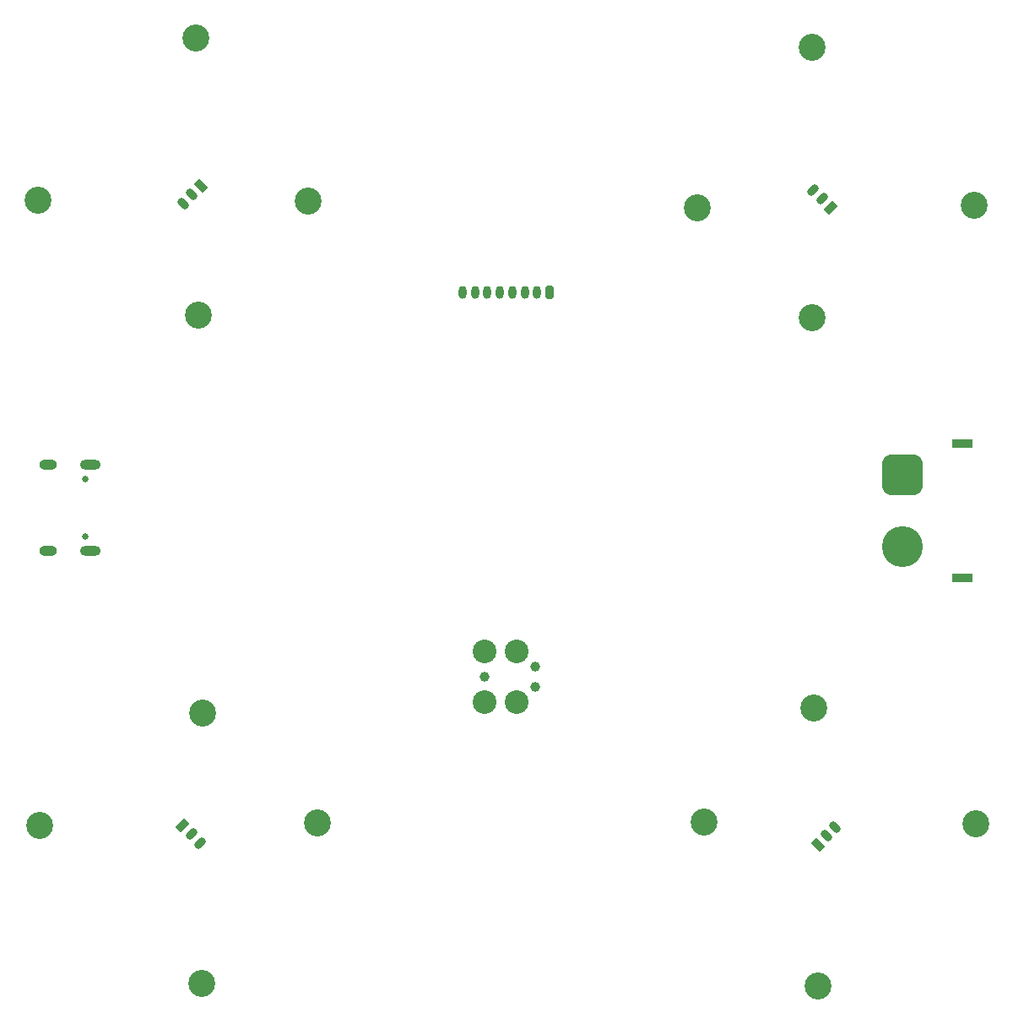
<source format=gbr>
%TF.GenerationSoftware,KiCad,Pcbnew,7.0.5-0*%
%TF.CreationDate,2025-05-09T23:22:14+02:00*%
%TF.ProjectId,ghost-feather-v1,67686f73-742d-4666-9561-746865722d76,rev?*%
%TF.SameCoordinates,PX519d8e0PY8b6d5c0*%
%TF.FileFunction,Soldermask,Bot*%
%TF.FilePolarity,Negative*%
%FSLAX46Y46*%
G04 Gerber Fmt 4.6, Leading zero omitted, Abs format (unit mm)*
G04 Created by KiCad (PCBNEW 7.0.5-0) date 2025-05-09 23:22:14*
%MOMM*%
%LPD*%
G01*
G04 APERTURE LIST*
G04 Aperture macros list*
%AMRoundRect*
0 Rectangle with rounded corners*
0 $1 Rounding radius*
0 $2 $3 $4 $5 $6 $7 $8 $9 X,Y pos of 4 corners*
0 Add a 4 corners polygon primitive as box body*
4,1,4,$2,$3,$4,$5,$6,$7,$8,$9,$2,$3,0*
0 Add four circle primitives for the rounded corners*
1,1,$1+$1,$2,$3*
1,1,$1+$1,$4,$5*
1,1,$1+$1,$6,$7*
1,1,$1+$1,$8,$9*
0 Add four rect primitives between the rounded corners*
20,1,$1+$1,$2,$3,$4,$5,0*
20,1,$1+$1,$4,$5,$6,$7,0*
20,1,$1+$1,$6,$7,$8,$9,0*
20,1,$1+$1,$8,$9,$2,$3,0*%
%AMHorizOval*
0 Thick line with rounded ends*
0 $1 width*
0 $2 $3 position (X,Y) of the first rounded end (center of the circle)*
0 $4 $5 position (X,Y) of the second rounded end (center of the circle)*
0 Add line between two ends*
20,1,$1,$2,$3,$4,$5,0*
0 Add two circle primitives to create the rounded ends*
1,1,$1,$2,$3*
1,1,$1,$4,$5*%
G04 Aperture macros list end*
%ADD10C,2.700000*%
%ADD11RoundRect,0.200000X0.200000X0.450000X-0.200000X0.450000X-0.200000X-0.450000X0.200000X-0.450000X0*%
%ADD12O,0.800000X1.300000*%
%ADD13R,2.000000X0.900000*%
%ADD14RoundRect,1.025000X-1.025000X1.025000X-1.025000X-1.025000X1.025000X-1.025000X1.025000X1.025000X0*%
%ADD15C,4.100000*%
%ADD16RoundRect,0.200000X-0.459619X-0.176777X-0.176777X-0.459619X0.459619X0.176777X0.176777X0.459619X0*%
%ADD17HorizOval,0.800000X-0.176777X-0.176777X0.176777X0.176777X0*%
%ADD18RoundRect,0.200000X0.176777X-0.459619X0.459619X-0.176777X-0.176777X0.459619X-0.459619X0.176777X0*%
%ADD19HorizOval,0.800000X-0.176777X0.176777X0.176777X-0.176777X0*%
%ADD20C,0.650000*%
%ADD21O,2.100000X1.000000*%
%ADD22O,1.800000X1.000000*%
%ADD23RoundRect,0.200000X0.459619X0.176777X0.176777X0.459619X-0.459619X-0.176777X-0.176777X-0.459619X0*%
%ADD24HorizOval,0.800000X0.176777X0.176777X-0.176777X-0.176777X0*%
%ADD25RoundRect,0.200000X-0.176777X0.459619X-0.459619X0.176777X0.176777X-0.459619X0.459619X-0.176777X0*%
%ADD26C,2.374900*%
%ADD27C,0.990600*%
G04 APERTURE END LIST*
D10*
%TO.C,H3*%
X36970000Y85600000D03*
%TD*%
%TO.C,H1*%
X9870000Y85650000D03*
%TD*%
%TO.C,H10*%
X88116133Y6890387D03*
%TD*%
D11*
%TO.C,J7*%
X61225000Y76450000D03*
D12*
X59975000Y76450000D03*
X58725000Y76450000D03*
X57475000Y76450000D03*
X56225000Y76450000D03*
X54975000Y76450000D03*
X53725000Y76450000D03*
X52475000Y76450000D03*
%TD*%
D10*
%TO.C,H16*%
X37920000Y23250000D03*
%TD*%
%TO.C,H15*%
X26420000Y34250000D03*
%TD*%
%TO.C,H6*%
X103820000Y85150000D03*
%TD*%
%TO.C,H4*%
X25970000Y74100000D03*
%TD*%
%TO.C,H2*%
X25720000Y101900000D03*
%TD*%
%TO.C,H11*%
X76720000Y23300000D03*
%TD*%
%TO.C,H13*%
X26370000Y7150000D03*
%TD*%
D13*
%TO.C,J8*%
X102620000Y61300000D03*
X102620000Y47800000D03*
D14*
X96620000Y58150000D03*
D15*
X96620000Y50950000D03*
%TD*%
D10*
%TO.C,H7*%
X87520000Y73900000D03*
%TD*%
%TO.C,H8*%
X76020000Y84900000D03*
%TD*%
%TO.C,H14*%
X10120000Y23000000D03*
%TD*%
%TO.C,H5*%
X87570000Y101000000D03*
%TD*%
D16*
%TO.C,J3*%
X24398186Y23012729D03*
D17*
X25282069Y22128846D03*
X26165953Y21244962D03*
%TD*%
D18*
%TO.C,J4*%
X88108464Y21053270D03*
D19*
X88992347Y21937153D03*
X89876231Y22821037D03*
%TD*%
D10*
%TO.C,H9*%
X103966133Y23140387D03*
%TD*%
D20*
%TO.C,J2*%
X14635000Y57690000D03*
X14635000Y51910000D03*
D21*
X15135000Y59120000D03*
D22*
X10955000Y59120000D03*
D21*
X15135000Y50480000D03*
D22*
X10955000Y50480000D03*
%TD*%
D10*
%TO.C,H12*%
X87720000Y34800000D03*
%TD*%
D23*
%TO.C,J6*%
X89421802Y84904035D03*
D24*
X88537919Y85787918D03*
X87654035Y86671802D03*
%TD*%
D25*
%TO.C,J5*%
X26231095Y87092397D03*
D19*
X25347212Y86208514D03*
X24463328Y85324630D03*
%TD*%
D26*
%TO.C,J1*%
X54740000Y40420000D03*
D27*
X54740000Y37880000D03*
D26*
X54740000Y35340000D03*
X57915000Y40420000D03*
X57915000Y35340000D03*
D27*
X59820000Y38896000D03*
X59820000Y36864000D03*
%TD*%
M02*

</source>
